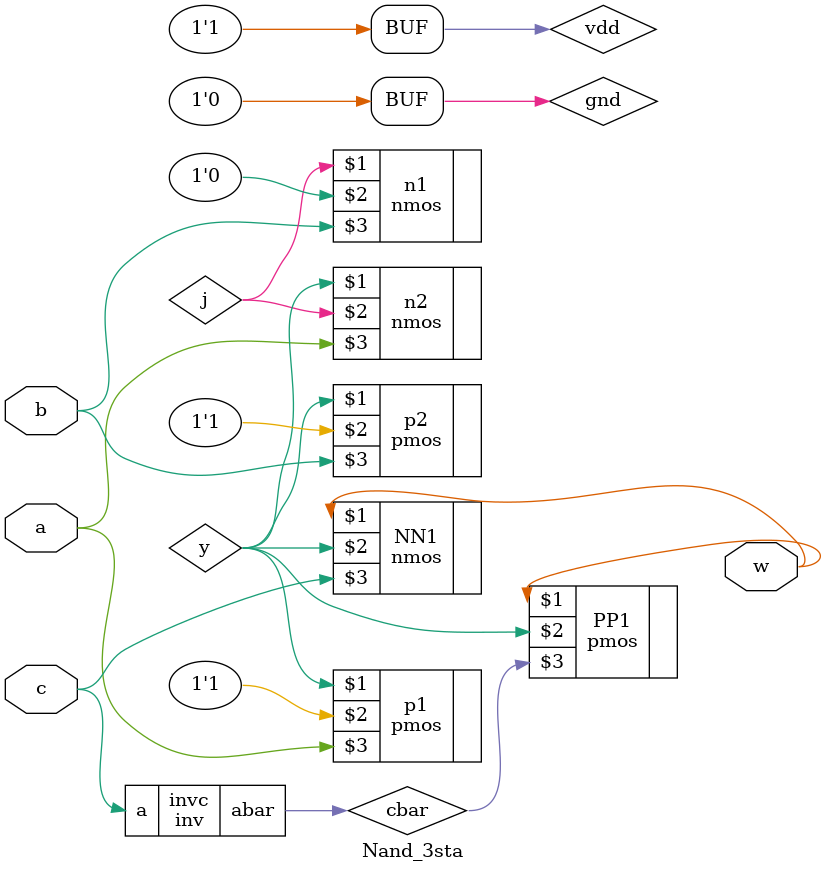
<source format=v>
`timescale 1ns/1ns
module inv(input a, output abar);
    supply1 vdd; supply0 gnd;
    pmos #(5,6,7) T1(abar,vdd,a);
    nmos #(3,4,5) T2(abar,gnd,a);
endmodule

module Nand_3sta(input a,b,c , output w);
    supply1 vdd; supply0 gnd;
    wire y,j,cbar; 

    pmos #(5,6,7) p1(y,vdd,a);
    pmos #(5,6,7) p2(y,vdd,b);
    
    nmos #(3,4,5) n1(j,gnd,b);
    nmos #(3,4,5) n2(y,j,a); 

    inv invc(c , cbar);
    pmos #(5,6,7) PP1(w,y,cbar);
    nmos #(3,4,5) NN1(w,y,c);
    
endmodule
</source>
